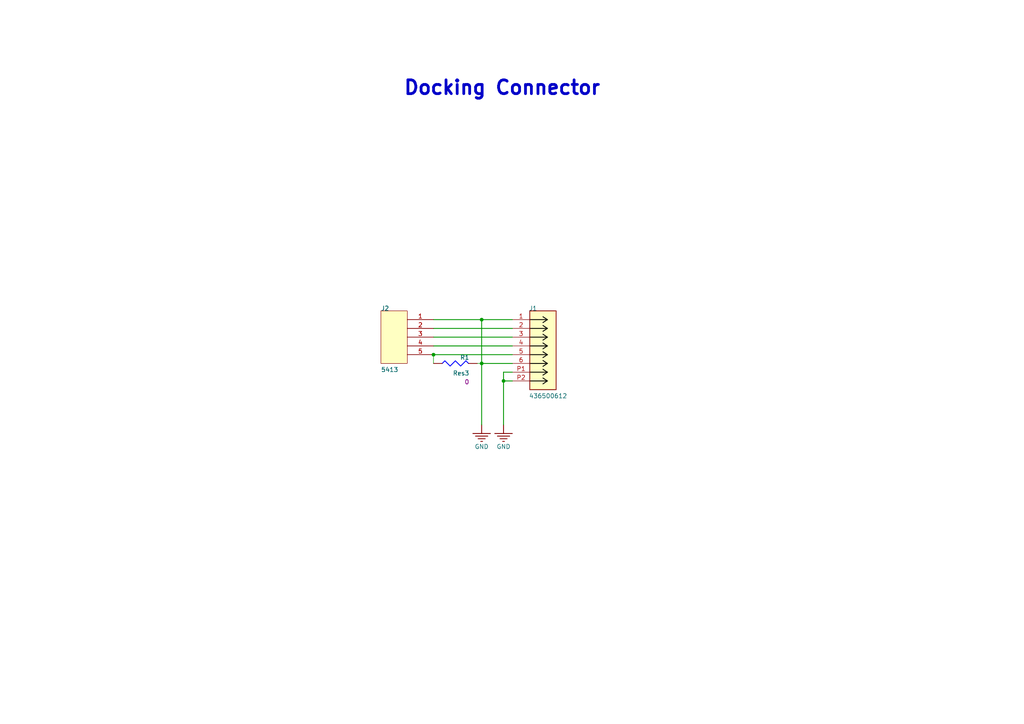
<source format=kicad_sch>
(kicad_sch (version 20230121) (generator eeschema)
  (paper "A4")
  (lib_symbols
    (symbol "docking_connector_v2-altium-import:GND" (power)
      (property "Reference" "#PWR" (at 0 0 0))
      (property "Value" "GND" (at 0 6.35 0))
      (symbol "GND_0_0"
        (polyline (pts (xy -2.54 -2.54) (xy 2.54 -2.54)) (stroke (width 0.254)))
        (polyline (pts (xy -1.778 -3.302) (xy 1.778 -3.302)) (stroke (width 0.254)))
        (polyline (pts (xy -1.016 -4.064) (xy 1.016 -4.064)) (stroke (width 0.254)))
        (polyline (pts (xy -0.254 -4.826) (xy 0.254 -4.826)) (stroke (width 0.254)))
        (polyline (pts (xy 0 0) (xy 0 -2.54)) (stroke (width 0.254)))
        (pin power_in line (at 0 0 0) (length 0) hide (name "GND") (number ""))
      )
    )
    (symbol "docking_connector_v2-altium-import:root_0_436500612"
      (symbol "root_0_436500612_1_0"
        (polyline (pts (xy 10.16 -17.78) (xy 5.08 -17.78)) (stroke (width 0.254) (color 0 0 0 1)))
        (polyline (pts (xy 10.16 -17.78) (xy 8.89 -18.627)) (stroke (width 0.254) (color 0 0 0 1)))
        (polyline (pts (xy 10.16 -17.78) (xy 8.89 -16.933)) (stroke (width 0.254) (color 0 0 0 1)))
        (polyline (pts (xy 10.16 -15.24) (xy 5.08 -15.24)) (stroke (width 0.254) (color 0 0 0 1)))
        (polyline (pts (xy 10.16 -15.24) (xy 8.89 -16.087)) (stroke (width 0.254) (color 0 0 0 1)))
        (polyline (pts (xy 10.16 -15.24) (xy 8.89 -14.393)) (stroke (width 0.254) (color 0 0 0 1)))
        (polyline (pts (xy 10.16 -12.7) (xy 5.08 -12.7)) (stroke (width 0.254) (color 0 0 0 1)))
        (polyline (pts (xy 10.16 -12.7) (xy 8.89 -13.547)) (stroke (width 0.254) (color 0 0 0 1)))
        (polyline (pts (xy 10.16 -12.7) (xy 8.89 -11.853)) (stroke (width 0.254) (color 0 0 0 1)))
        (polyline (pts (xy 10.16 -10.16) (xy 5.08 -10.16)) (stroke (width 0.254) (color 0 0 0 1)))
        (polyline (pts (xy 10.16 -10.16) (xy 8.89 -11.007)) (stroke (width 0.254) (color 0 0 0 1)))
        (polyline (pts (xy 10.16 -10.16) (xy 8.89 -9.313)) (stroke (width 0.254) (color 0 0 0 1)))
        (polyline (pts (xy 10.16 -7.62) (xy 5.08 -7.62)) (stroke (width 0.254) (color 0 0 0 1)))
        (polyline (pts (xy 10.16 -7.62) (xy 8.89 -8.467)) (stroke (width 0.254) (color 0 0 0 1)))
        (polyline (pts (xy 10.16 -7.62) (xy 8.89 -6.773)) (stroke (width 0.254) (color 0 0 0 1)))
        (polyline (pts (xy 10.16 -5.08) (xy 5.08 -5.08)) (stroke (width 0.254) (color 0 0 0 1)))
        (polyline (pts (xy 10.16 -5.08) (xy 8.89 -5.927)) (stroke (width 0.254) (color 0 0 0 1)))
        (polyline (pts (xy 10.16 -5.08) (xy 8.89 -4.233)) (stroke (width 0.254) (color 0 0 0 1)))
        (polyline (pts (xy 10.16 -2.54) (xy 5.08 -2.54)) (stroke (width 0.254) (color 0 0 0 1)))
        (polyline (pts (xy 10.16 -2.54) (xy 8.89 -3.387)) (stroke (width 0.254) (color 0 0 0 1)))
        (polyline (pts (xy 10.16 -2.54) (xy 8.89 -1.693)) (stroke (width 0.254) (color 0 0 0 1)))
        (polyline (pts (xy 10.16 0) (xy 5.08 0)) (stroke (width 0.254) (color 0 0 0 1)))
        (polyline (pts (xy 10.16 0) (xy 8.89 -0.847)) (stroke (width 0.254) (color 0 0 0 1)))
        (polyline (pts (xy 10.16 0) (xy 8.89 0.847)) (stroke (width 0.254) (color 0 0 0 1)))
        (rectangle (start 12.7 2.54) (end 5.08 -20.32) (stroke (width 0.254)) (fill (type background)))
        (pin passive line (at 0 0 0) (length 5.08) (name "1") (number "1"))
        (pin passive line (at 0 -2.54 0) (length 5.08) (name "2") (number "2"))
        (pin passive line (at 0 -5.08 0) (length 5.08) (name "3") (number "3"))
        (pin passive line (at 0 -7.62 0) (length 5.08) (name "4") (number "4"))
        (pin passive line (at 0 -10.16 0) (length 5.08) (name "5") (number "5"))
        (pin passive line (at 0 -12.7 0) (length 5.08) (name "6") (number "6"))
        (pin passive line (at 0 -15.24 0) (length 5.08) (name "P1") (number "P1"))
        (pin passive line (at 0 -17.78 0) (length 5.08) (name "P2") (number "P2"))
      )
    )
    (symbol "docking_connector_v2-altium-import:root_0_Res3"
      (symbol "root_0_Res3_1_0"
        (polyline (pts (xy 7.62 -2.54) (xy 6.858 -1.778) (xy 5.334 -3.302) (xy 3.81 -1.778) (xy 2.286 -3.302) (xy 0.762 -1.778) (xy 0 -2.54)) (stroke (width 0.254) (color 0 0 255 1)))
        (pin passive line (at -2.54 -2.54 0) (length 2.54) (name "1") (number "1"))
        (pin passive line (at 10.16 -2.54 180) (length 2.54) (name "2") (number "2"))
      )
    )
    (symbol "docking_connector_v2-altium-import:root_2_mirrored_5413"
      (symbol "root_2_mirrored_5413_1_0"
        (rectangle (start 15.24 12.7) (end 7.62 -2.54) (fill (type background)))
        (pin input line (at 22.86 10.16 180) (length 7.62) (name "") (number "1"))
        (pin input line (at 22.86 7.62 180) (length 7.62) (name "") (number "2"))
        (pin input line (at 22.86 5.08 180) (length 7.62) (name "") (number "3"))
        (pin input line (at 22.86 2.54 180) (length 7.62) (name "") (number "4"))
        (pin input line (at 22.86 0 180) (length 7.62) (name "") (number "5"))
      )
    )
  )
  (junction (at 146.05 110.49))
  (junction (at 139.7 92.71))
  (junction (at 125.73 102.87))
  (junction (at 139.7 105.41))
  (wire (pts (xy 138.43 105.41) (xy 139.7 105.41)))
  (wire (pts (xy 148.59 100.33) (xy 125.73 100.33)) (stroke (width 0.254)))
  (wire (pts (xy 139.7 92.71) (xy 139.7 105.41)) (stroke (width 0.254)))
  (wire (pts (xy 148.59 97.79) (xy 125.73 97.79)) (stroke (width 0.254)))
  (wire (pts (xy 125.73 92.71) (xy 139.7 92.71)) (stroke (width 0.254)))
  (wire (pts (xy 139.7 105.41) (xy 139.7 123.19)) (stroke (width 0.254)))
  (wire (pts (xy 146.05 107.95) (xy 146.05 110.49)) (stroke (width 0.254)))
  (wire (pts (xy 146.05 110.49) (xy 146.05 123.19)) (stroke (width 0.254)))
  (wire (pts (xy 148.59 107.95) (xy 146.05 107.95)) (stroke (width 0.254)))
  (wire (pts (xy 148.59 110.49) (xy 146.05 110.49)) (stroke (width 0.254)))
  (wire (pts (xy 148.59 95.25) (xy 125.73 95.25)) (stroke (width 0.254)))
  (wire (pts (xy 139.7 92.71) (xy 148.59 92.71)) (stroke (width 0.254)))
  (wire (pts (xy 125.73 105.41) (xy 125.73 102.87)))
  (wire (pts (xy 125.73 102.87) (xy 148.59 102.87)) (stroke (width 0.254)))
  (wire (pts (xy 148.59 105.41) (xy 139.7 105.41)) (stroke (width 0.254)))
  (text "Docking Connector" (at 116.84 27.94 0) (effects (font (size 4 4) (thickness 0.8) bold) (justify left bottom)))
  (symbol (lib_id "docking_connector_v2-altium-import:GND") (at 146.05 123.19 0) (unit 1)
    (property "Reference" "#PWR?" (effects hide))
    (property "Value" "GND" (at 146.05 129.54 0))
  )
  (symbol (lib_id "docking_connector_v2-altium-import:root_2_mirrored_5413") (at 102.87 102.87 0) (unit 1)
    (property "Reference" "J2" (at 110.49 90.17 0) (effects (justify left bottom)))
    (property "Value" "5413" (at 110.49 107.95 0) (effects (justify left bottom)))
    (property "Footprint" "5413" (effects hide))
  )
  (symbol (lib_id "docking_connector_v2-altium-import:GND") (at 139.7 123.19 0) (unit 1)
    (property "Reference" "#PWR?" (effects hide))
    (property "Value" "GND" (at 139.7 129.54 0))
  )
  (symbol (lib_id "docking_connector_v2-altium-import:root_0_Res3") (at 135.89 102.87 0) (mirror y) (unit 1)
    (property "Reference" "R1" (at 136.144 104.394 0) (effects (justify left bottom)))
    (property "Value" "Res3" (at 136.144 108.966 0) (effects (justify left bottom)))
    (property "Footprint" "J1-0603" (effects hide))
    (property "PUBLISHED" "8-Jun-2000" (effects hide))
    (property "LATESTREVISIONDATE" "29-May-2009" (effects hide))
    (property "LATESTREVISIONNOTE" "IPC-7351 Footprint Added." (effects hide))
    (property "PACKAGEREFERENCE" "J1-0603" (effects hide))
    (property "PUBLISHER" "Altium Limited" (effects hide))
    (property "PACKAGEDESCRIPTION" "Chip Resistor" (effects hide))
    (property "ALTIUM_VALUE" "0" (at 136.144 111.506 0) (effects (justify left bottom)))
  )
  (symbol (lib_id "docking_connector_v2-altium-import:root_0_436500612") (at 148.59 92.71 0) (unit 1)
    (property "Reference" "J1" (at 153.416 90.17 0) (effects (justify left bottom)))
    (property "Value" "436500612" (at 153.416 115.57 0) (effects (justify left bottom)))
    (property "Footprint" "C:_Users_mushe_Documents_GitHub_swarm_crawler_Minibot_V1_swarm_crawler_pcb.PcbLib_CON_436500612" (effects hide))
    (property "COPYRIGHT" "Copyright (C) 2023 Ultra Librarian. All rights reserved." (effects hide))
    (property "MFR_NAME" "Molex Connector Corporation" (effects hide))
    (property "MANUFACTURER_PART_NUMBER" "436500612" (effects hide))
    (property "REFDES" "RefDes" (effects hide))
    (property "TYPE" "DEV" (effects hide))
  )
)
</source>
